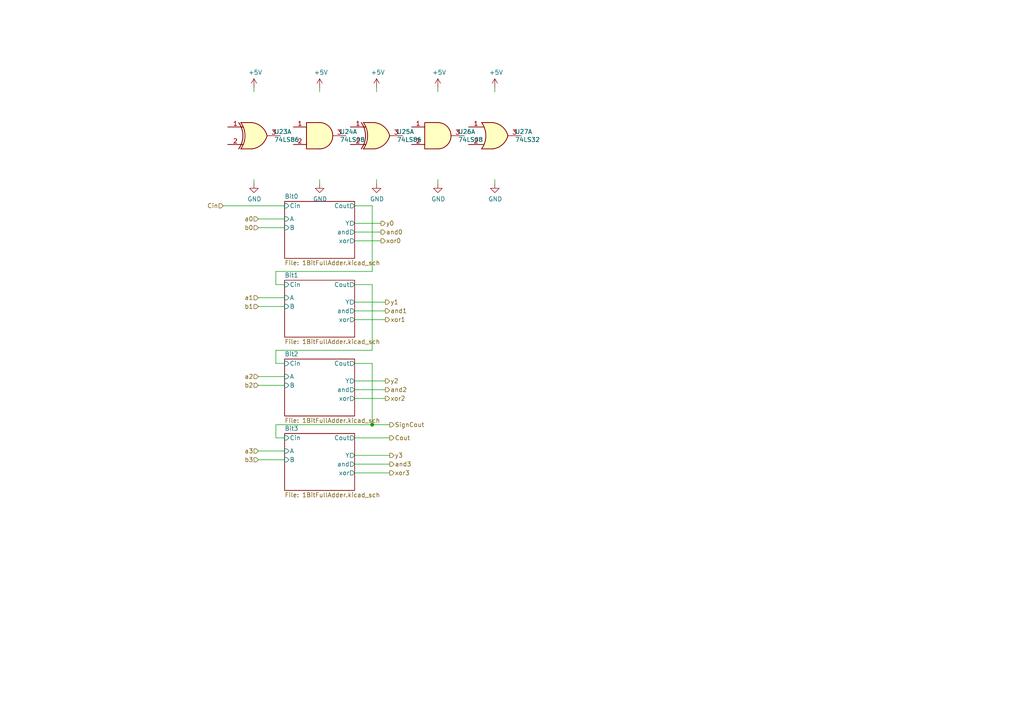
<source format=kicad_sch>
(kicad_sch (version 20211123) (generator eeschema)
  (paper "A4")
  (title_block (title "ALU") (date "2021-01-20") (rev "v01"))
  (lib_symbols
    (symbol "74xx:74LS08" (pin_names (offset 1.016))
      (property "Reference" "U" (at 0 1.27 0))
      (property "Value" "74LS08" (at 0 -1.27 0))
      (symbol "74LS08_1_1"
        (arc (start 0 -3.81) (mid 3.81 0) (end 0 3.81) (stroke (width 0.254)) (fill (type background)))
        (polyline (pts (xy 0 3.81) (xy -3.81 3.81) (xy -3.81 -3.81) (xy 0 -3.81)) (stroke (width 0.254)) (fill (type background)))
        (pin input line (at -7.62 2.54 0) (length 3.81) (name "~") (number "1"))
        (pin input line (at -7.62 -2.54 0) (length 3.81) (name "~") (number "2"))
        (pin output line (at 7.62 0 180) (length 3.81) (name "~") (number "3"))
      )
      (symbol "74LS08_1_2"
        (arc (start -3.81 -3.81) (mid -2.589 0) (end -3.81 3.81) (stroke (width 0.254)))
        (arc (start -0.6096 -3.81) (mid 2.1855 -2.584) (end 3.81 0) (stroke (width 0.254)) (fill (type background)))
        (polyline (pts (xy -3.81 -3.81) (xy -0.635 -3.81)) (stroke (width 0.254)) (fill (type background)))
        (polyline (pts (xy -3.81 3.81) (xy -0.635 3.81)) (stroke (width 0.254)) (fill (type background)))
        (polyline (pts (xy -0.635 3.81) (xy -3.81 3.81) (xy -3.81 3.81) (xy -3.556 3.4036) (xy -3.0226 2.2606) (xy -2.6924 1.0414) (xy -2.6162 -0.254) (xy -2.7686 -1.4986) (xy -3.175 -2.7178) (xy -3.81 -3.81) (xy -3.81 -3.81) (xy -0.635 -3.81)) (stroke (width -25.4)) (fill (type background)))
        (arc (start 3.81 0) (mid 2.1928 2.5925) (end -0.6096 3.81) (stroke (width 0.254)) (fill (type background)))
        (pin input inverted (at -7.62 2.54 0) (length 4.318) (name "~") (number "1"))
        (pin input inverted (at -7.62 -2.54 0) (length 4.318) (name "~") (number "2"))
        (pin output inverted (at 7.62 0 180) (length 3.81) (name "~") (number "3"))
      )
      (symbol "74LS08_2_1"
        (arc (start 0 -3.81) (mid 3.81 0) (end 0 3.81) (stroke (width 0.254)) (fill (type background)))
        (polyline (pts (xy 0 3.81) (xy -3.81 3.81) (xy -3.81 -3.81) (xy 0 -3.81)) (stroke (width 0.254)) (fill (type background)))
        (pin input line (at -7.62 2.54 0) (length 3.81) (name "~") (number "4"))
        (pin input line (at -7.62 -2.54 0) (length 3.81) (name "~") (number "5"))
        (pin output line (at 7.62 0 180) (length 3.81) (name "~") (number "6"))
      )
      (symbol "74LS08_2_2"
        (arc (start -3.81 -3.81) (mid -2.589 0) (end -3.81 3.81) (stroke (width 0.254)))
        (arc (start -0.6096 -3.81) (mid 2.1855 -2.584) (end 3.81 0) (stroke (width 0.254)) (fill (type background)))
        (polyline (pts (xy -3.81 -3.81) (xy -0.635 -3.81)) (stroke (width 0.254)) (fill (type background)))
        (polyline (pts (xy -3.81 3.81) (xy -0.635 3.81)) (stroke (width 0.254)) (fill (type background)))
        (polyline (pts (xy -0.635 3.81) (xy -3.81 3.81) (xy -3.81 3.81) (xy -3.556 3.4036) (xy -3.0226 2.2606) (xy -2.6924 1.0414) (xy -2.6162 -0.254) (xy -2.7686 -1.4986) (xy -3.175 -2.7178) (xy -3.81 -3.81) (xy -3.81 -3.81) (xy -0.635 -3.81)) (stroke (width -25.4)) (fill (type background)))
        (arc (start 3.81 0) (mid 2.1928 2.5925) (end -0.6096 3.81) (stroke (width 0.254)) (fill (type background)))
        (pin input inverted (at -7.62 2.54 0) (length 4.318) (name "~") (number "4"))
        (pin input inverted (at -7.62 -2.54 0) (length 4.318) (name "~") (number "5"))
        (pin output inverted (at 7.62 0 180) (length 3.81) (name "~") (number "6"))
      )
      (symbol "74LS08_3_1"
        (arc (start 0 -3.81) (mid 3.81 0) (end 0 3.81) (stroke (width 0.254)) (fill (type background)))
        (polyline (pts (xy 0 3.81) (xy -3.81 3.81) (xy -3.81 -3.81) (xy 0 -3.81)) (stroke (width 0.254)) (fill (type background)))
        (pin input line (at -7.62 -2.54 0) (length 3.81) (name "~") (number "10"))
        (pin output line (at 7.62 0 180) (length 3.81) (name "~") (number "8"))
        (pin input line (at -7.62 2.54 0) (length 3.81) (name "~") (number "9"))
      )
      (symbol "74LS08_3_2"
        (arc (start -3.81 -3.81) (mid -2.589 0) (end -3.81 3.81) (stroke (width 0.254)))
        (arc (start -0.6096 -3.81) (mid 2.1855 -2.584) (end 3.81 0) (stroke (width 0.254)) (fill (type background)))
        (polyline (pts (xy -3.81 -3.81) (xy -0.635 -3.81)) (stroke (width 0.254)) (fill (type background)))
        (polyline (pts (xy -3.81 3.81) (xy -0.635 3.81)) (stroke (width 0.254)) (fill (type background)))
        (polyline (pts (xy -0.635 3.81) (xy -3.81 3.81) (xy -3.81 3.81) (xy -3.556 3.4036) (xy -3.0226 2.2606) (xy -2.6924 1.0414) (xy -2.6162 -0.254) (xy -2.7686 -1.4986) (xy -3.175 -2.7178) (xy -3.81 -3.81) (xy -3.81 -3.81) (xy -0.635 -3.81)) (stroke (width -25.4)) (fill (type background)))
        (arc (start 3.81 0) (mid 2.1928 2.5925) (end -0.6096 3.81) (stroke (width 0.254)) (fill (type background)))
        (pin input inverted (at -7.62 -2.54 0) (length 4.318) (name "~") (number "10"))
        (pin output inverted (at 7.62 0 180) (length 3.81) (name "~") (number "8"))
        (pin input inverted (at -7.62 2.54 0) (length 4.318) (name "~") (number "9"))
      )
      (symbol "74LS08_4_1"
        (arc (start 0 -3.81) (mid 3.81 0) (end 0 3.81) (stroke (width 0.254)) (fill (type background)))
        (polyline (pts (xy 0 3.81) (xy -3.81 3.81) (xy -3.81 -3.81) (xy 0 -3.81)) (stroke (width 0.254)) (fill (type background)))
        (pin output line (at 7.62 0 180) (length 3.81) (name "~") (number "11"))
        (pin input line (at -7.62 2.54 0) (length 3.81) (name "~") (number "12"))
        (pin input line (at -7.62 -2.54 0) (length 3.81) (name "~") (number "13"))
      )
      (symbol "74LS08_4_2"
        (arc (start -3.81 -3.81) (mid -2.589 0) (end -3.81 3.81) (stroke (width 0.254)))
        (arc (start -0.6096 -3.81) (mid 2.1855 -2.584) (end 3.81 0) (stroke (width 0.254)) (fill (type background)))
        (polyline (pts (xy -3.81 -3.81) (xy -0.635 -3.81)) (stroke (width 0.254)) (fill (type background)))
        (polyline (pts (xy -3.81 3.81) (xy -0.635 3.81)) (stroke (width 0.254)) (fill (type background)))
        (polyline (pts (xy -0.635 3.81) (xy -3.81 3.81) (xy -3.81 3.81) (xy -3.556 3.4036) (xy -3.0226 2.2606) (xy -2.6924 1.0414) (xy -2.6162 -0.254) (xy -2.7686 -1.4986) (xy -3.175 -2.7178) (xy -3.81 -3.81) (xy -3.81 -3.81) (xy -0.635 -3.81)) (stroke (width -25.4)) (fill (type background)))
        (arc (start 3.81 0) (mid 2.1928 2.5925) (end -0.6096 3.81) (stroke (width 0.254)) (fill (type background)))
        (pin output inverted (at 7.62 0 180) (length 3.81) (name "~") (number "11"))
        (pin input inverted (at -7.62 2.54 0) (length 4.318) (name "~") (number "12"))
        (pin input inverted (at -7.62 -2.54 0) (length 4.318) (name "~") (number "13"))
      )
      (symbol "74LS08_5_0"
        (pin power_in line (at 0 12.7 270) (length 5.08) (name "VCC") (number "14"))
        (pin power_in line (at 0 -12.7 90) (length 5.08) (name "GND") (number "7"))
      )
      (symbol "74LS08_5_1"
        (rectangle (start -5.08 7.62) (end 5.08 -7.62) (stroke (width 0.254)) (fill (type background)))
      )
    )
    (symbol "74xx:74LS32" (pin_names (offset 1.016))
      (property "Reference" "U" (at 0 1.27 0))
      (property "Value" "74LS32" (at 0 -1.27 0))
      (symbol "74LS32_1_1"
        (arc (start -3.81 -3.81) (mid -2.589 0) (end -3.81 3.81) (stroke (width 0.254)))
        (arc (start -0.6096 -3.81) (mid 2.1855 -2.584) (end 3.81 0) (stroke (width 0.254)) (fill (type background)))
        (polyline (pts (xy -3.81 -3.81) (xy -0.635 -3.81)) (stroke (width 0.254)) (fill (type background)))
        (polyline (pts (xy -3.81 3.81) (xy -0.635 3.81)) (stroke (width 0.254)) (fill (type background)))
        (polyline (pts (xy -0.635 3.81) (xy -3.81 3.81) (xy -3.81 3.81) (xy -3.556 3.4036) (xy -3.0226 2.2606) (xy -2.6924 1.0414) (xy -2.6162 -0.254) (xy -2.7686 -1.4986) (xy -3.175 -2.7178) (xy -3.81 -3.81) (xy -3.81 -3.81) (xy -0.635 -3.81)) (stroke (width -25.4)) (fill (type background)))
        (arc (start 3.81 0) (mid 2.1928 2.5925) (end -0.6096 3.81) (stroke (width 0.254)) (fill (type background)))
        (pin input line (at -7.62 2.54 0) (length 4.318) (name "~") (number "1"))
        (pin input line (at -7.62 -2.54 0) (length 4.318) (name "~") (number "2"))
        (pin output line (at 7.62 0 180) (length 3.81) (name "~") (number "3"))
      )
      (symbol "74LS32_1_2"
        (arc (start 0 -3.81) (mid 3.81 0) (end 0 3.81) (stroke (width 0.254)) (fill (type background)))
        (polyline (pts (xy 0 3.81) (xy -3.81 3.81) (xy -3.81 -3.81) (xy 0 -3.81)) (stroke (width 0.254)) (fill (type background)))
        (pin input inverted (at -7.62 2.54 0) (length 3.81) (name "~") (number "1"))
        (pin input inverted (at -7.62 -2.54 0) (length 3.81) (name "~") (number "2"))
        (pin output inverted (at 7.62 0 180) (length 3.81) (name "~") (number "3"))
      )
      (symbol "74LS32_2_1"
        (arc (start -3.81 -3.81) (mid -2.589 0) (end -3.81 3.81) (stroke (width 0.254)))
        (arc (start -0.6096 -3.81) (mid 2.1855 -2.584) (end 3.81 0) (stroke (width 0.254)) (fill (type background)))
        (polyline (pts (xy -3.81 -3.81) (xy -0.635 -3.81)) (stroke (width 0.254)) (fill (type background)))
        (polyline (pts (xy -3.81 3.81) (xy -0.635 3.81)) (stroke (width 0.254)) (fill (type background)))
        (polyline (pts (xy -0.635 3.81) (xy -3.81 3.81) (xy -3.81 3.81) (xy -3.556 3.4036) (xy -3.0226 2.2606) (xy -2.6924 1.0414) (xy -2.6162 -0.254) (xy -2.7686 -1.4986) (xy -3.175 -2.7178) (xy -3.81 -3.81) (xy -3.81 -3.81) (xy -0.635 -3.81)) (stroke (width -25.4)) (fill (type background)))
        (arc (start 3.81 0) (mid 2.1928 2.5925) (end -0.6096 3.81) (stroke (width 0.254)) (fill (type background)))
        (pin input line (at -7.62 2.54 0) (length 4.318) (name "~") (number "4"))
        (pin input line (at -7.62 -2.54 0) (length 4.318) (name "~") (number "5"))
        (pin output line (at 7.62 0 180) (length 3.81) (name "~") (number "6"))
      )
      (symbol "74LS32_2_2"
        (arc (start 0 -3.81) (mid 3.81 0) (end 0 3.81) (stroke (width 0.254)) (fill (type background)))
        (polyline (pts (xy 0 3.81) (xy -3.81 3.81) (xy -3.81 -3.81) (xy 0 -3.81)) (stroke (width 0.254)) (fill (type background)))
        (pin input inverted (at -7.62 2.54 0) (length 3.81) (name "~") (number "4"))
        (pin input inverted (at -7.62 -2.54 0) (length 3.81) (name "~") (number "5"))
        (pin output inverted (at 7.62 0 180) (length 3.81) (name "~") (number "6"))
      )
      (symbol "74LS32_3_1"
        (arc (start -3.81 -3.81) (mid -2.589 0) (end -3.81 3.81) (stroke (width 0.254)))
        (arc (start -0.6096 -3.81) (mid 2.1855 -2.584) (end 3.81 0) (stroke (width 0.254)) (fill (type background)))
        (polyline (pts (xy -3.81 -3.81) (xy -0.635 -3.81)) (stroke (width 0.254)) (fill (type background)))
        (polyline (pts (xy -3.81 3.81) (xy -0.635 3.81)) (stroke (width 0.254)) (fill (type background)))
        (polyline (pts (xy -0.635 3.81) (xy -3.81 3.81) (xy -3.81 3.81) (xy -3.556 3.4036) (xy -3.0226 2.2606) (xy -2.6924 1.0414) (xy -2.6162 -0.254) (xy -2.7686 -1.4986) (xy -3.175 -2.7178) (xy -3.81 -3.81) (xy -3.81 -3.81) (xy -0.635 -3.81)) (stroke (width -25.4)) (fill (type background)))
        (arc (start 3.81 0) (mid 2.1928 2.5925) (end -0.6096 3.81) (stroke (width 0.254)) (fill (type background)))
        (pin input line (at -7.62 -2.54 0) (length 4.318) (name "~") (number "10"))
        (pin output line (at 7.62 0 180) (length 3.81) (name "~") (number "8"))
        (pin input line (at -7.62 2.54 0) (length 4.318) (name "~") (number "9"))
      )
      (symbol "74LS32_3_2"
        (arc (start 0 -3.81) (mid 3.81 0) (end 0 3.81) (stroke (width 0.254)) (fill (type background)))
        (polyline (pts (xy 0 3.81) (xy -3.81 3.81) (xy -3.81 -3.81) (xy 0 -3.81)) (stroke (width 0.254)) (fill (type background)))
        (pin input inverted (at -7.62 -2.54 0) (length 3.81) (name "~") (number "10"))
        (pin output inverted (at 7.62 0 180) (length 3.81) (name "~") (number "8"))
        (pin input inverted (at -7.62 2.54 0) (length 3.81) (name "~") (number "9"))
      )
      (symbol "74LS32_4_1"
        (arc (start -3.81 -3.81) (mid -2.589 0) (end -3.81 3.81) (stroke (width 0.254)))
        (arc (start -0.6096 -3.81) (mid 2.1855 -2.584) (end 3.81 0) (stroke (width 0.254)) (fill (type background)))
        (polyline (pts (xy -3.81 -3.81) (xy -0.635 -3.81)) (stroke (width 0.254)) (fill (type background)))
        (polyline (pts (xy -3.81 3.81) (xy -0.635 3.81)) (stroke (width 0.254)) (fill (type background)))
        (polyline (pts (xy -0.635 3.81) (xy -3.81 3.81) (xy -3.81 3.81) (xy -3.556 3.4036) (xy -3.0226 2.2606) (xy -2.6924 1.0414) (xy -2.6162 -0.254) (xy -2.7686 -1.4986) (xy -3.175 -2.7178) (xy -3.81 -3.81) (xy -3.81 -3.81) (xy -0.635 -3.81)) (stroke (width -25.4)) (fill (type background)))
        (arc (start 3.81 0) (mid 2.1928 2.5925) (end -0.6096 3.81) (stroke (width 0.254)) (fill (type background)))
        (pin output line (at 7.62 0 180) (length 3.81) (name "~") (number "11"))
        (pin input line (at -7.62 2.54 0) (length 4.318) (name "~") (number "12"))
        (pin input line (at -7.62 -2.54 0) (length 4.318) (name "~") (number "13"))
      )
      (symbol "74LS32_4_2"
        (arc (start 0 -3.81) (mid 3.81 0) (end 0 3.81) (stroke (width 0.254)) (fill (type background)))
        (polyline (pts (xy 0 3.81) (xy -3.81 3.81) (xy -3.81 -3.81) (xy 0 -3.81)) (stroke (width 0.254)) (fill (type background)))
        (pin output inverted (at 7.62 0 180) (length 3.81) (name "~") (number "11"))
        (pin input inverted (at -7.62 2.54 0) (length 3.81) (name "~") (number "12"))
        (pin input inverted (at -7.62 -2.54 0) (length 3.81) (name "~") (number "13"))
      )
      (symbol "74LS32_5_0"
        (pin power_in line (at 0 12.7 270) (length 5.08) (name "VCC") (number "14"))
        (pin power_in line (at 0 -12.7 90) (length 5.08) (name "GND") (number "7"))
      )
      (symbol "74LS32_5_1"
        (rectangle (start -5.08 7.62) (end 5.08 -7.62) (stroke (width 0.254)) (fill (type background)))
      )
    )
    (symbol "74xx:74LS86" (pin_names (offset 1.016))
      (property "Reference" "U" (at 0 1.27 0))
      (property "Value" "74LS86" (at 0 -1.27 0))
      (symbol "74LS86_1_0"
        (arc (start -4.4196 -3.81) (mid -3.2033 0) (end -4.4196 3.81) (stroke (width 0.254)))
        (arc (start -3.81 -3.81) (mid -2.589 0) (end -3.81 3.81) (stroke (width 0.254)))
        (arc (start -0.6096 -3.81) (mid 2.1855 -2.584) (end 3.81 0) (stroke (width 0.254)) (fill (type background)))
        (polyline (pts (xy -3.81 -3.81) (xy -0.635 -3.81)) (stroke (width 0.254)) (fill (type background)))
        (polyline (pts (xy -3.81 3.81) (xy -0.635 3.81)) (stroke (width 0.254)) (fill (type background)))
        (polyline (pts (xy -0.635 3.81) (xy -3.81 3.81) (xy -3.81 3.81) (xy -3.556 3.4036) (xy -3.0226 2.2606) (xy -2.6924 1.0414) (xy -2.6162 -0.254) (xy -2.7686 -1.4986) (xy -3.175 -2.7178) (xy -3.81 -3.81) (xy -3.81 -3.81) (xy -0.635 -3.81)) (stroke (width -25.4)) (fill (type background)))
        (arc (start 3.81 0) (mid 2.1928 2.5925) (end -0.6096 3.81) (stroke (width 0.254)) (fill (type background)))
        (pin input line (at -7.62 2.54 0) (length 4.445) (name "~") (number "1"))
        (pin input line (at -7.62 -2.54 0) (length 4.445) (name "~") (number "2"))
        (pin output line (at 7.62 0 180) (length 3.81) (name "~") (number "3"))
      )
      (symbol "74LS86_1_1"
        (polyline (pts (xy -3.81 -2.54) (xy -3.175 -2.54)) (stroke (width 0.1524)))
        (polyline (pts (xy -3.81 2.54) (xy -3.175 2.54)) (stroke (width 0.1524)))
      )
      (symbol "74LS86_2_0"
        (arc (start -4.4196 -3.81) (mid -3.2033 0) (end -4.4196 3.81) (stroke (width 0.254)))
        (arc (start -3.81 -3.81) (mid -2.589 0) (end -3.81 3.81) (stroke (width 0.254)))
        (arc (start -0.6096 -3.81) (mid 2.1855 -2.584) (end 3.81 0) (stroke (width 0.254)) (fill (type background)))
        (polyline (pts (xy -3.81 -3.81) (xy -0.635 -3.81)) (stroke (width 0.254)) (fill (type background)))
        (polyline (pts (xy -3.81 3.81) (xy -0.635 3.81)) (stroke (width 0.254)) (fill (type background)))
        (polyline (pts (xy -0.635 3.81) (xy -3.81 3.81) (xy -3.81 3.81) (xy -3.556 3.4036) (xy -3.0226 2.2606) (xy -2.6924 1.0414) (xy -2.6162 -0.254) (xy -2.7686 -1.4986) (xy -3.175 -2.7178) (xy -3.81 -3.81) (xy -3.81 -3.81) (xy -0.635 -3.81)) (stroke (width -25.4)) (fill (type background)))
        (arc (start 3.81 0) (mid 2.1928 2.5925) (end -0.6096 3.81) (stroke (width 0.254)) (fill (type background)))
        (pin input line (at -7.62 2.54 0) (length 4.445) (name "~") (number "4"))
        (pin input line (at -7.62 -2.54 0) (length 4.445) (name "~") (number "5"))
        (pin output line (at 7.62 0 180) (length 3.81) (name "~") (number "6"))
      )
      (symbol "74LS86_2_1"
        (polyline (pts (xy -3.81 -2.54) (xy -3.175 -2.54)) (stroke (width 0.1524)))
        (polyline (pts (xy -3.81 2.54) (xy -3.175 2.54)) (stroke (width 0.1524)))
      )
      (symbol "74LS86_3_0"
        (arc (start -4.4196 -3.81) (mid -3.2033 0) (end -4.4196 3.81) (stroke (width 0.254)))
        (arc (start -3.81 -3.81) (mid -2.589 0) (end -3.81 3.81) (stroke (width 0.254)))
        (arc (start -0.6096 -3.81) (mid 2.1855 -2.584) (end 3.81 0) (stroke (width 0.254)) (fill (type background)))
        (polyline (pts (xy -3.81 -3.81) (xy -0.635 -3.81)) (stroke (width 0.254)) (fill (type background)))
        (polyline (pts (xy -3.81 3.81) (xy -0.635 3.81)) (stroke (width 0.254)) (fill (type background)))
        (polyline (pts (xy -0.635 3.81) (xy -3.81 3.81) (xy -3.81 3.81) (xy -3.556 3.4036) (xy -3.0226 2.2606) (xy -2.6924 1.0414) (xy -2.6162 -0.254) (xy -2.7686 -1.4986) (xy -3.175 -2.7178) (xy -3.81 -3.81) (xy -3.81 -3.81) (xy -0.635 -3.81)) (stroke (width -25.4)) (fill (type background)))
        (arc (start 3.81 0) (mid 2.1928 2.5925) (end -0.6096 3.81) (stroke (width 0.254)) (fill (type background)))
        (pin input line (at -7.62 -2.54 0) (length 4.445) (name "~") (number "10"))
        (pin output line (at 7.62 0 180) (length 3.81) (name "~") (number "8"))
        (pin input line (at -7.62 2.54 0) (length 4.445) (name "~") (number "9"))
      )
      (symbol "74LS86_3_1"
        (polyline (pts (xy -3.81 -2.54) (xy -3.175 -2.54)) (stroke (width 0.1524)))
        (polyline (pts (xy -3.81 2.54) (xy -3.175 2.54)) (stroke (width 0.1524)))
      )
      (symbol "74LS86_4_0"
        (arc (start -4.4196 -3.81) (mid -3.2033 0) (end -4.4196 3.81) (stroke (width 0.254)))
        (arc (start -3.81 -3.81) (mid -2.589 0) (end -3.81 3.81) (stroke (width 0.254)))
        (arc (start -0.6096 -3.81) (mid 2.1855 -2.584) (end 3.81 0) (stroke (width 0.254)) (fill (type background)))
        (polyline (pts (xy -3.81 -3.81) (xy -0.635 -3.81)) (stroke (width 0.254)) (fill (type background)))
        (polyline (pts (xy -3.81 3.81) (xy -0.635 3.81)) (stroke (width 0.254)) (fill (type background)))
        (polyline (pts (xy -0.635 3.81) (xy -3.81 3.81) (xy -3.81 3.81) (xy -3.556 3.4036) (xy -3.0226 2.2606) (xy -2.6924 1.0414) (xy -2.6162 -0.254) (xy -2.7686 -1.4986) (xy -3.175 -2.7178) (xy -3.81 -3.81) (xy -3.81 -3.81) (xy -0.635 -3.81)) (stroke (width -25.4)) (fill (type background)))
        (arc (start 3.81 0) (mid 2.1928 2.5925) (end -0.6096 3.81) (stroke (width 0.254)) (fill (type background)))
        (pin output line (at 7.62 0 180) (length 3.81) (name "~") (number "11"))
        (pin input line (at -7.62 2.54 0) (length 4.445) (name "~") (number "12"))
        (pin input line (at -7.62 -2.54 0) (length 4.445) (name "~") (number "13"))
      )
      (symbol "74LS86_4_1"
        (polyline (pts (xy -3.81 -2.54) (xy -3.175 -2.54)) (stroke (width 0.1524)))
        (polyline (pts (xy -3.81 2.54) (xy -3.175 2.54)) (stroke (width 0.1524)))
      )
      (symbol "74LS86_5_0"
        (pin power_in line (at 0 12.7 270) (length 5.08) (name "VCC") (number "14"))
        (pin power_in line (at 0 -12.7 90) (length 5.08) (name "GND") (number "7"))
      )
      (symbol "74LS86_5_1"
        (rectangle (start -5.08 7.62) (end 5.08 -7.62) (stroke (width 0.254)) (fill (type background)))
      )
    )
    (symbol "power:+5V" (power) (pin_names (offset 0))
      (property "Value" "+5V" (at 0 3.556 0))
      (symbol "+5V_0_1"
        (polyline (pts (xy -0.762 1.27) (xy 0 2.54)))
        (polyline (pts (xy 0 0) (xy 0 2.54)))
        (polyline (pts (xy 0 2.54) (xy 0.762 1.27)))
      )
      (symbol "+5V_1_1"
        (pin power_in line (at 0 0 90) (length 0) hide (name "+5V") (number "1"))
      )
    )
    (symbol "power:GND" (power) (pin_names (offset 0))
      (property "Value" "GND" (at 0 -3.81 0))
      (symbol "GND_0_1"
        (polyline (pts (xy 0 0) (xy 0 -1.27) (xy 1.27 -1.27) (xy 0 -2.54) (xy -1.27 -1.27) (xy 0 -1.27)))
      )
      (symbol "GND_1_1"
        (pin power_in line (at 0 0 270) (length 0) hide (name "GND") (number "1"))
      )
    )
  )
  (junction (at 107.95 123.19))
  (wire (pts (xy 73.66 53.34) (xy 73.66 52.07)))
  (wire (pts (xy 107.95 82.55) (xy 107.95 101.6)))
  (wire (pts (xy 109.22 26.67) (xy 109.22 25.4)))
  (wire (pts (xy 102.87 59.69) (xy 107.95 59.69)))
  (wire (pts (xy 92.71 25.4) (xy 92.71 26.67)))
  (wire (pts (xy 102.87 82.55) (xy 107.95 82.55)))
  (wire (pts (xy 92.71 52.07) (xy 92.71 53.34)))
  (wire (pts (xy 102.87 105.41) (xy 107.95 105.41)))
  (wire (pts (xy 102.87 127) (xy 113.03 127)))
  (wire (pts (xy 102.87 64.77) (xy 110.49 64.77)))
  (wire (pts (xy 143.51 53.34) (xy 143.51 52.07)))
  (wire (pts (xy 102.87 67.31) (xy 110.49 67.31)))
  (wire (pts (xy 80.01 101.6) (xy 80.01 105.41)))
  (wire (pts (xy 80.01 123.19) (xy 80.01 127)))
  (wire (pts (xy 111.76 92.71) (xy 102.87 92.71)))
  (wire (pts (xy 82.55 109.22) (xy 74.93 109.22)))
  (wire (pts (xy 107.95 78.74) (xy 80.01 78.74)))
  (wire (pts (xy 127 52.07) (xy 127 53.34)))
  (wire (pts (xy 102.87 69.85) (xy 110.49 69.85)))
  (wire (pts (xy 102.87 87.63) (xy 111.76 87.63)))
  (wire (pts (xy 74.93 63.5) (xy 82.55 63.5)))
  (wire (pts (xy 111.76 113.03) (xy 102.87 113.03)))
  (wire (pts (xy 74.93 88.9) (xy 82.55 88.9)))
  (wire (pts (xy 80.01 105.41) (xy 82.55 105.41)))
  (wire (pts (xy 102.87 132.08) (xy 113.03 132.08)))
  (wire (pts (xy 102.87 134.62) (xy 113.03 134.62)))
  (wire (pts (xy 107.95 101.6) (xy 80.01 101.6)))
  (wire (pts (xy 109.22 53.34) (xy 109.22 52.07)))
  (wire (pts (xy 107.95 123.19) (xy 113.03 123.19)))
  (wire (pts (xy 107.95 105.41) (xy 107.95 123.19)))
  (wire (pts (xy 74.93 133.35) (xy 82.55 133.35)))
  (wire (pts (xy 82.55 130.81) (xy 74.93 130.81)))
  (wire (pts (xy 127 25.4) (xy 127 26.67)))
  (wire (pts (xy 102.87 90.17) (xy 111.76 90.17)))
  (wire (pts (xy 143.51 26.67) (xy 143.51 25.4)))
  (wire (pts (xy 102.87 115.57) (xy 111.76 115.57)))
  (wire (pts (xy 107.95 123.19) (xy 80.01 123.19)))
  (wire (pts (xy 74.93 111.76) (xy 82.55 111.76)))
  (wire (pts (xy 107.95 59.69) (xy 107.95 78.74)))
  (wire (pts (xy 74.93 66.04) (xy 82.55 66.04)))
  (wire (pts (xy 102.87 110.49) (xy 111.76 110.49)))
  (wire (pts (xy 82.55 86.36) (xy 74.93 86.36)))
  (wire (pts (xy 80.01 127) (xy 82.55 127)))
  (wire (pts (xy 80.01 82.55) (xy 82.55 82.55)))
  (wire (pts (xy 113.03 137.16) (xy 102.87 137.16)))
  (wire (pts (xy 73.66 25.4) (xy 73.66 26.67)))
  (wire (pts (xy 64.77 59.69) (xy 82.55 59.69)))
  (wire (pts (xy 80.01 78.74) (xy 80.01 82.55)))
  (hierarchical_label "y0" (shape output) (at 110.49 64.77 0))
  (hierarchical_label "and1" (shape output) (at 111.76 90.17 0))
  (hierarchical_label "y3" (shape output) (at 113.03 132.08 0))
  (hierarchical_label "xor2" (shape output) (at 111.76 115.57 0))
  (hierarchical_label "b0" (shape input) (at 74.93 66.04 180))
  (hierarchical_label "a1" (shape input) (at 74.93 86.36 180))
  (hierarchical_label "SignCout" (shape output) (at 113.03 123.19 0))
  (hierarchical_label "a0" (shape input) (at 74.93 63.5 180))
  (hierarchical_label "Cout" (shape output) (at 113.03 127 0))
  (hierarchical_label "and3" (shape output) (at 113.03 134.62 0))
  (hierarchical_label "a3" (shape input) (at 74.93 130.81 180))
  (hierarchical_label "b1" (shape input) (at 74.93 88.9 180))
  (hierarchical_label "y1" (shape output) (at 111.76 87.63 0))
  (hierarchical_label "y2" (shape output) (at 111.76 110.49 0))
  (hierarchical_label "and0" (shape output) (at 110.49 67.31 0))
  (hierarchical_label "xor3" (shape output) (at 113.03 137.16 0))
  (hierarchical_label "b2" (shape input) (at 74.93 111.76 180))
  (hierarchical_label "a2" (shape input) (at 74.93 109.22 180))
  (hierarchical_label "and2" (shape output) (at 111.76 113.03 0))
  (hierarchical_label "xor0" (shape output) (at 110.49 69.85 0))
  (hierarchical_label "xor1" (shape output) (at 111.76 92.71 0))
  (hierarchical_label "Cin" (shape input) (at 64.77 59.69 180))
  (hierarchical_label "b3" (shape input) (at 74.93 133.35 180))
  (symbol (lib_id "74xx:74LS86") (at 73.66 39.37 0)
    (property "Reference" "U23" (at 79.502 38.2016 0) (effects (justify left)))
    (property "Value" "74LS86" (at 79.502 40.513 0) (effects (justify left)))
    (property "Footprint" "Package_DIP:DIP-14_W7.62mm" (effects hide))
    (property "Datasheet" "74xx/74ls86.pdf" (effects hide))
  )
  (symbol (lib_id "74xx:74LS86") (at 109.22 39.37 0)
    (property "Reference" "U25" (at 115.062 38.2016 0) (effects (justify left)))
    (property "Value" "74LS86" (at 115.062 40.513 0) (effects (justify left)))
    (property "Footprint" "Package_DIP:DIP-14_W7.62mm" (effects hide))
    (property "Datasheet" "74xx/74ls86.pdf" (effects hide))
  )
  (symbol (lib_id "74xx:74LS08") (at 92.71 39.37 0)
    (property "Reference" "U24" (at 98.552 38.2016 0) (effects (justify left)))
    (property "Value" "74LS08" (at 98.552 40.513 0) (effects (justify left)))
    (property "Footprint" "Package_DIP:DIP-14_W7.62mm" (effects hide))
    (property "Datasheet" "http://www.ti.com/lit/gpn/sn74LS08" (effects hide))
  )
  (symbol (lib_id "74xx:74LS08") (at 127 39.37 0)
    (property "Reference" "U26" (at 132.842 38.2016 0) (effects (justify left)))
    (property "Value" "74LS08" (at 132.842 40.513 0) (effects (justify left)))
    (property "Footprint" "Package_DIP:DIP-14_W7.62mm" (effects hide))
    (property "Datasheet" "http://www.ti.com/lit/gpn/sn74LS08" (effects hide))
  )
  (symbol (lib_id "74xx:74LS32") (at 143.51 39.37 0)
    (property "Reference" "U27" (at 149.352 38.2016 0) (effects (justify left)))
    (property "Value" "74LS32" (at 149.352 40.513 0) (effects (justify left)))
    (property "Footprint" "Package_DIP:DIP-14_W7.62mm" (effects hide))
    (property "Datasheet" "http://www.ti.com/lit/gpn/sn74LS32" (effects hide))
  )
  (symbol (lib_id "power:+5V") (at 73.66 25.4 0)
    (property "Reference" "#PWR081" (effects hide))
    (property "Value" "+5V" (at 74.041 21.0058 0))
  )
  (symbol (lib_id "power:+5V") (at 92.71 25.4 0)
    (property "Reference" "#PWR083" (effects hide))
    (property "Value" "+5V" (at 93.091 21.0058 0))
  )
  (symbol (lib_id "power:+5V") (at 109.22 25.4 0)
    (property "Reference" "#PWR085" (effects hide))
    (property "Value" "+5V" (at 109.601 21.0058 0))
  )
  (symbol (lib_id "power:GND") (at 143.51 53.34 0)
    (property "Reference" "#PWR090" (effects hide))
    (property "Value" "GND" (at 143.637 57.7342 0))
  )
  (symbol (lib_id "power:GND") (at 127 53.34 0)
    (property "Reference" "#PWR088" (effects hide))
    (property "Value" "GND" (at 127.127 57.7342 0))
  )
  (symbol (lib_id "power:GND") (at 109.22 53.34 0)
    (property "Reference" "#PWR086" (effects hide))
    (property "Value" "GND" (at 109.347 57.7342 0))
  )
  (symbol (lib_id "power:GND") (at 92.71 53.34 0)
    (property "Reference" "#PWR084" (effects hide))
    (property "Value" "GND" (at 92.837 57.7342 0))
  )
  (symbol (lib_id "power:GND") (at 73.66 53.34 0)
    (property "Reference" "#PWR082" (effects hide))
    (property "Value" "GND" (at 73.787 57.7342 0))
  )
  (symbol (lib_id "power:+5V") (at 127 25.4 0)
    (property "Reference" "#PWR087" (effects hide))
    (property "Value" "+5V" (at 127.381 21.0058 0))
  )
  (symbol (lib_id "power:+5V") (at 143.51 25.4 0)
    (property "Reference" "#PWR089" (effects hide))
    (property "Value" "+5V" (at 143.891 21.0058 0))
  )
  (sheet (at 82.55 58.42) (size 20.32 16.51)
    (property "Sheet name" "Bit0" (at 82.55 57.7084 0) (effects (justify left bottom)))
    (property "Sheet file" "1BitFullAdder.kicad_sch" (at 82.55 75.5146 0) (effects (justify left top)))
    (pin "Cin" input (at 82.55 59.69 180))
    (pin "A" input (at 82.55 63.5 180))
    (pin "B" input (at 82.55 66.04 180))
    (pin "Y" output (at 102.87 64.77 0))
    (pin "and" output (at 102.87 67.31 0))
    (pin "xor" output (at 102.87 69.85 0))
    (pin "Cout" output (at 102.87 59.69 0))
  )
  (sheet (at 82.55 81.28) (size 20.32 16.51)
    (property "Sheet name" "Bit1" (at 82.55 80.5684 0) (effects (justify left bottom)))
    (property "Sheet file" "1BitFullAdder.kicad_sch" (at 82.55 98.3746 0) (effects (justify left top)))
    (pin "Cin" input (at 82.55 82.55 180))
    (pin "A" input (at 82.55 86.36 180))
    (pin "B" input (at 82.55 88.9 180))
    (pin "Y" output (at 102.87 87.63 0))
    (pin "Cout" output (at 102.87 82.55 0))
    (pin "and" output (at 102.87 90.17 0))
    (pin "xor" output (at 102.87 92.71 0))
  )
  (sheet (at 82.55 104.14) (size 20.32 16.51)
    (property "Sheet name" "Bit2" (at 82.55 103.4284 0) (effects (justify left bottom)))
    (property "Sheet file" "1BitFullAdder.kicad_sch" (at 82.55 121.2346 0) (effects (justify left top)))
    (pin "Cin" input (at 82.55 105.41 180))
    (pin "A" input (at 82.55 109.22 180))
    (pin "B" input (at 82.55 111.76 180))
    (pin "Y" output (at 102.87 110.49 0))
    (pin "Cout" output (at 102.87 105.41 0))
    (pin "and" output (at 102.87 113.03 0))
    (pin "xor" output (at 102.87 115.57 0))
  )
  (sheet (at 82.55 125.73) (size 20.32 16.51)
    (property "Sheet name" "Bit3" (at 82.55 125.0184 0) (effects (justify left bottom)))
    (property "Sheet file" "1BitFullAdder.kicad_sch" (at 82.55 142.8246 0) (effects (justify left top)))
    (pin "Cin" input (at 82.55 127 180))
    (pin "A" input (at 82.55 130.81 180))
    (pin "B" input (at 82.55 133.35 180))
    (pin "Y" output (at 102.87 132.08 0))
    (pin "Cout" output (at 102.87 127 0))
    (pin "and" output (at 102.87 134.62 0))
    (pin "xor" output (at 102.87 137.16 0))
  )
)
</source>
